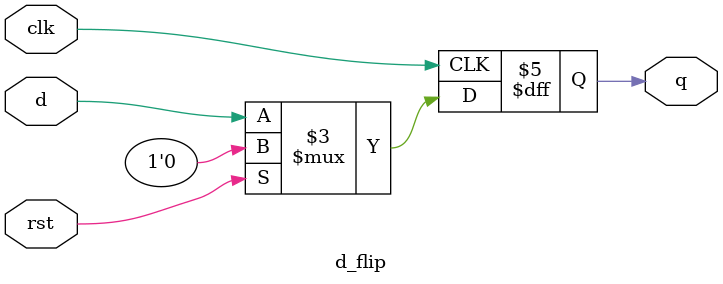
<source format=v>
module d_flip (
    input d,
    input clk,
    input rst,
    output reg q
);

    always @(posedge clk) begin
        if (rst) begin
            q <= 1'b0;
        end else begin
            q <= d;
        end
    end
endmodule
</source>
